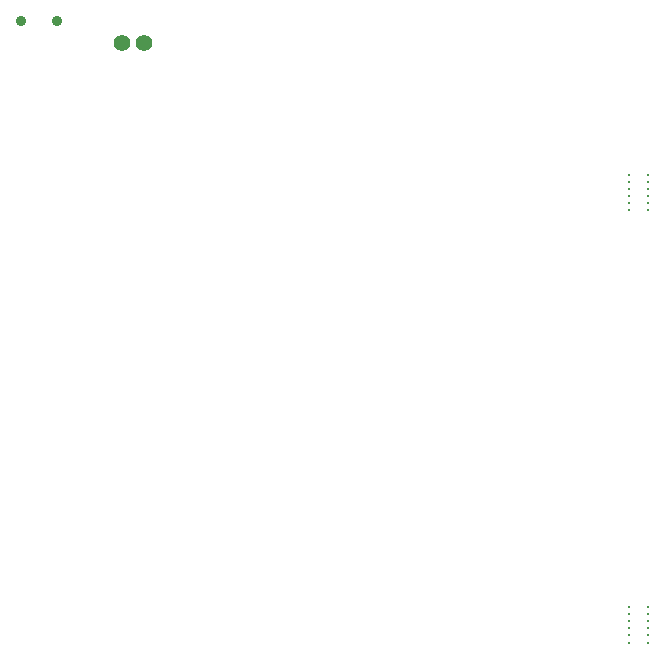
<source format=gbr>
%TF.GenerationSoftware,KiCad,Pcbnew,9.0.3*%
%TF.CreationDate,2025-11-04T21:30:19+11:00*%
%TF.ProjectId,test_project,74657374-5f70-4726-9f6a-6563742e6b69,rev?*%
%TF.SameCoordinates,Original*%
%TF.FileFunction,Soldermask,Bot*%
%TF.FilePolarity,Negative*%
%FSLAX46Y46*%
G04 Gerber Fmt 4.6, Leading zero omitted, Abs format (unit mm)*
G04 Created by KiCad (PCBNEW 9.0.3) date 2025-11-04 21:30:19*
%MOMM*%
%LPD*%
G01*
G04 APERTURE LIST*
%ADD10C,0.900000*%
%ADD11C,0.300000*%
%ADD12C,1.400000*%
G04 APERTURE END LIST*
D10*
%TO.C,SW1*%
X125000000Y-65170000D03*
X122000000Y-65170000D03*
%TD*%
D11*
%TO.C,M2*%
X173500000Y-78200000D03*
X173500000Y-78800000D03*
X173500000Y-79400000D03*
X173500000Y-80000000D03*
X173500000Y-80600000D03*
X173500000Y-81200000D03*
X175100000Y-78200000D03*
X175100000Y-78800000D03*
X175100000Y-79400000D03*
X175100000Y-80000000D03*
X175100000Y-80600000D03*
X175100000Y-81200000D03*
%TD*%
%TO.C,M1*%
X173500000Y-114800000D03*
X173500000Y-115400000D03*
X173500000Y-116000000D03*
X173500000Y-116600000D03*
X173500000Y-117200000D03*
X173500000Y-117800000D03*
X175100000Y-114800000D03*
X175100000Y-115400000D03*
X175100000Y-116000000D03*
X175100000Y-116600000D03*
X175100000Y-117200000D03*
X175100000Y-117800000D03*
%TD*%
D12*
%TO.C,U2*%
X130500000Y-67000000D03*
X132400000Y-67000000D03*
%TD*%
M02*

</source>
